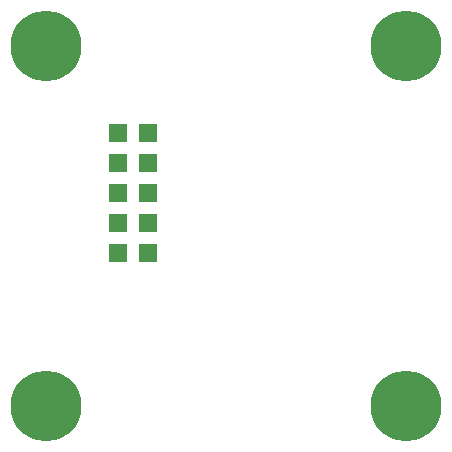
<source format=gbr>
%TF.GenerationSoftware,KiCad,Pcbnew,6.0.11+dfsg-1~bpo11+1*%
%TF.CreationDate,2023-05-28T01:43:01+00:00*%
%TF.ProjectId,GH4PIN01,47483450-494e-4303-912e-6b696361645f,rev?*%
%TF.SameCoordinates,Original*%
%TF.FileFunction,Copper,L2,Bot*%
%TF.FilePolarity,Positive*%
%FSLAX46Y46*%
G04 Gerber Fmt 4.6, Leading zero omitted, Abs format (unit mm)*
G04 Created by KiCad (PCBNEW 6.0.11+dfsg-1~bpo11+1) date 2023-05-28 01:43:01*
%MOMM*%
%LPD*%
G01*
G04 APERTURE LIST*
%TA.AperFunction,ComponentPad*%
%ADD10C,6.000000*%
%TD*%
%TA.AperFunction,ComponentPad*%
%ADD11R,1.524000X1.524000*%
%TD*%
G04 APERTURE END LIST*
D10*
%TO.P,M2,1*%
%TO.N,GND*%
X0Y30480000D03*
%TD*%
%TO.P,M4,1*%
%TO.N,GND*%
X30480000Y0D03*
%TD*%
%TO.P,M3,1*%
%TO.N,GND*%
X0Y0D03*
%TD*%
%TO.P,M1,1*%
%TO.N,GND*%
X30480000Y30480000D03*
%TD*%
D11*
%TO.P,J3,1*%
%TO.N,GND*%
X6096000Y23114000D03*
%TO.P,J3,2*%
X8636000Y23114000D03*
%TO.P,J3,3*%
%TO.N,Net-(J3-Pad3)*%
X6096000Y20574000D03*
%TO.P,J3,4*%
X8636000Y20574000D03*
%TO.P,J3,5*%
%TO.N,Net-(J2-Pad1)*%
X6096000Y18034000D03*
%TO.P,J3,6*%
X8636000Y18034000D03*
%TO.P,J3,7*%
%TO.N,Net-(J3-Pad7)*%
X6096000Y15494000D03*
%TO.P,J3,8*%
X8636000Y15494000D03*
%TO.P,J3,9*%
%TO.N,GND*%
X6096000Y12954000D03*
%TO.P,J3,10*%
X8636000Y12954000D03*
%TD*%
M02*

</source>
